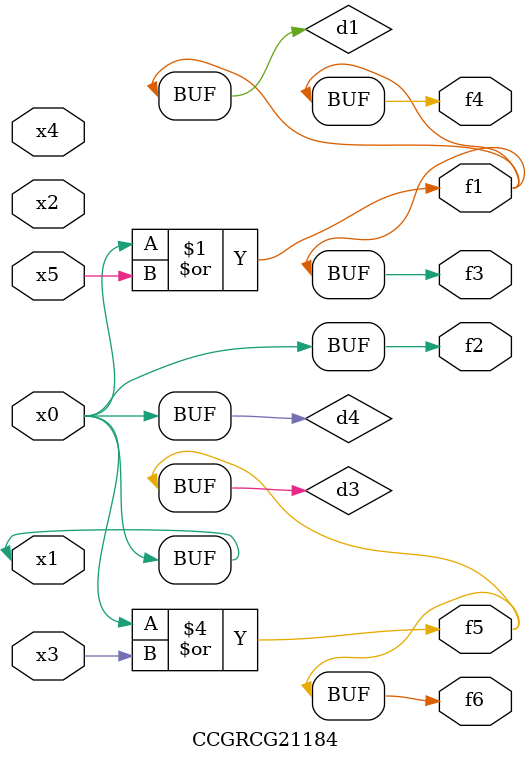
<source format=v>
module CCGRCG21184(
	input x0, x1, x2, x3, x4, x5,
	output f1, f2, f3, f4, f5, f6
);

	wire d1, d2, d3, d4;

	or (d1, x0, x5);
	xnor (d2, x1, x4);
	or (d3, x0, x3);
	buf (d4, x0, x1);
	assign f1 = d1;
	assign f2 = d4;
	assign f3 = d1;
	assign f4 = d1;
	assign f5 = d3;
	assign f6 = d3;
endmodule

</source>
